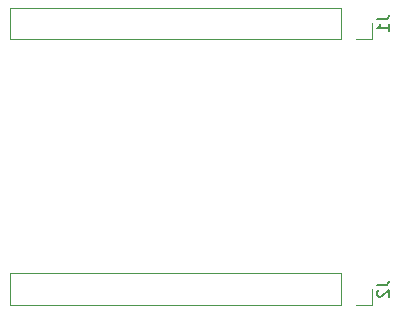
<source format=gbr>
%TF.GenerationSoftware,KiCad,Pcbnew,8.0.1*%
%TF.CreationDate,2024-04-17T00:28:09-04:00*%
%TF.ProjectId,NerdNOS,4e657264-4e4f-4532-9e6b-696361645f70,rev?*%
%TF.SameCoordinates,Original*%
%TF.FileFunction,Legend,Bot*%
%TF.FilePolarity,Positive*%
%FSLAX46Y46*%
G04 Gerber Fmt 4.6, Leading zero omitted, Abs format (unit mm)*
G04 Created by KiCad (PCBNEW 8.0.1) date 2024-04-17 00:28:09*
%MOMM*%
%LPD*%
G01*
G04 APERTURE LIST*
%ADD10C,0.150000*%
%ADD11C,0.120000*%
G04 APERTURE END LIST*
D10*
X118474819Y-77166666D02*
X119189104Y-77166666D01*
X119189104Y-77166666D02*
X119331961Y-77119047D01*
X119331961Y-77119047D02*
X119427200Y-77023809D01*
X119427200Y-77023809D02*
X119474819Y-76880952D01*
X119474819Y-76880952D02*
X119474819Y-76785714D01*
X118570057Y-77595238D02*
X118522438Y-77642857D01*
X118522438Y-77642857D02*
X118474819Y-77738095D01*
X118474819Y-77738095D02*
X118474819Y-77976190D01*
X118474819Y-77976190D02*
X118522438Y-78071428D01*
X118522438Y-78071428D02*
X118570057Y-78119047D01*
X118570057Y-78119047D02*
X118665295Y-78166666D01*
X118665295Y-78166666D02*
X118760533Y-78166666D01*
X118760533Y-78166666D02*
X118903390Y-78119047D01*
X118903390Y-78119047D02*
X119474819Y-77547619D01*
X119474819Y-77547619D02*
X119474819Y-78166666D01*
X118474819Y-54666666D02*
X119189104Y-54666666D01*
X119189104Y-54666666D02*
X119331961Y-54619047D01*
X119331961Y-54619047D02*
X119427200Y-54523809D01*
X119427200Y-54523809D02*
X119474819Y-54380952D01*
X119474819Y-54380952D02*
X119474819Y-54285714D01*
X119474819Y-55666666D02*
X119474819Y-55095238D01*
X119474819Y-55380952D02*
X118474819Y-55380952D01*
X118474819Y-55380952D02*
X118617676Y-55285714D01*
X118617676Y-55285714D02*
X118712914Y-55190476D01*
X118712914Y-55190476D02*
X118760533Y-55095238D01*
D11*
%TO.C,J2*%
X118020000Y-77500000D02*
X118020000Y-78830000D01*
X118020000Y-78830000D02*
X116690000Y-78830000D01*
X87420000Y-78830000D02*
X115420000Y-78830000D01*
X115420000Y-76170000D02*
X115420000Y-78830000D01*
X87420000Y-76170000D02*
X87420000Y-78830000D01*
X87420000Y-76170000D02*
X115420000Y-76170000D01*
%TO.C,J1*%
X118020000Y-55000000D02*
X118020000Y-56330000D01*
X118020000Y-56330000D02*
X116690000Y-56330000D01*
X87420000Y-56330000D02*
X115420000Y-56330000D01*
X115420000Y-53670000D02*
X115420000Y-56330000D01*
X87420000Y-53670000D02*
X87420000Y-56330000D01*
X87420000Y-53670000D02*
X115420000Y-53670000D01*
%TD*%
M02*

</source>
